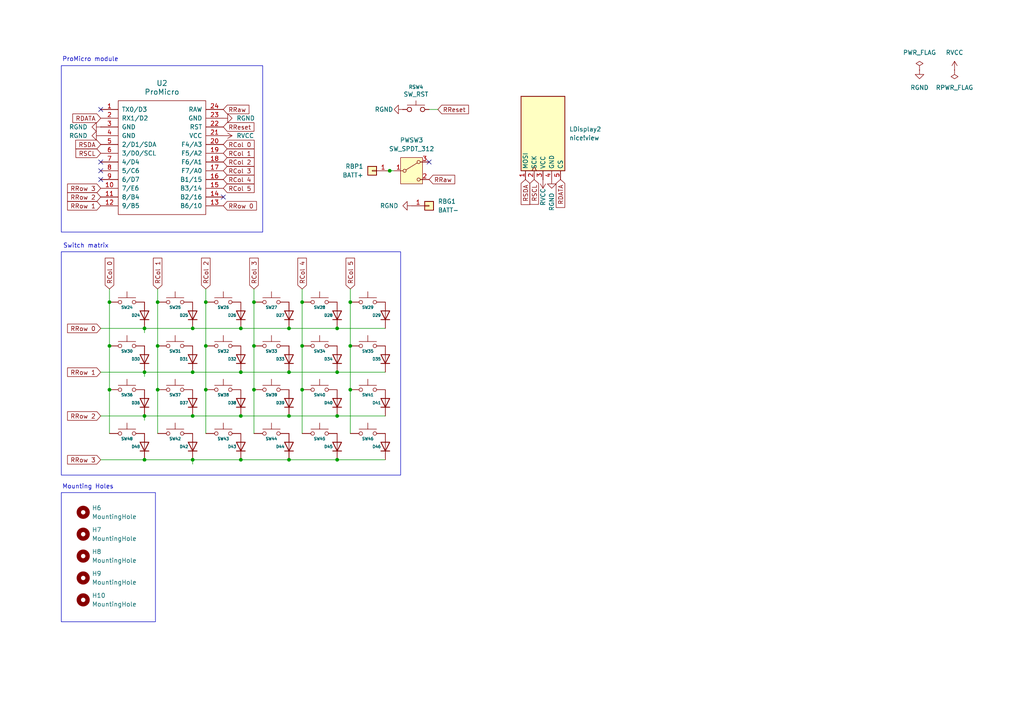
<source format=kicad_sch>
(kicad_sch (version 20250114) (generator "eeschema") (generator_version "9.0")
  (paper "A4")
  (lib_symbols
    (symbol "Device:D" (pin_numbers (hide yes)) (pin_names (offset 1.016) (hide yes))
      (property "Reference" "D" (at 0 2.54 0))
      (property "Value" "D" (at 0 -2.54 0))
      (symbol "D_0_1"
        (polyline (pts (xy -1.27 1.27) (xy -1.27 -1.27)) (stroke (width 0.254)))
        (polyline (pts (xy 1.27 1.27) (xy 1.27 -1.27) (xy -1.27 0) (xy 1.27 1.27)) (stroke (width 0.254)))
        (polyline (pts (xy 1.27 0) (xy -1.27 0)))
      )
      (symbol "D_1_1"
        (pin passive line (at -3.81 0 0) (length 2.54) (name "K") (number "1"))
        (pin passive line (at 3.81 0 180) (length 2.54) (name "A") (number "2"))
      )
    )
    (symbol "Lily58_Pro-rescue:SW_RST-Lily58-cache" (pin_numbers (hide yes)) (pin_names (offset 1.016) (hide yes))
      (property "Reference" "RSW" (at 2.54 2.54 0))
      (property "Value" "Lily58-cache:SW_RST" (at 0 -2.54 0))
      (symbol "SW_RST-Lily58-cache_0_1"
        (polyline (pts (xy -2.54 1.27) (xy 2.54 1.27)))
        (polyline (pts (xy 0 2.54) (xy 0 1.27)))
        (pin passive inverted (at -3.81 0 0) (length 2.54) (name "1") (number "1"))
        (pin passive inverted (at 3.81 0 180) (length 2.54) (name "2") (number "2"))
      )
    )
    (symbol "Lily58_Pro-rescue:i2c_pin-Lily58-cache" (pin_names (offset 1.016) (hide yes))
      (property "Reference" "J" (at 0 2.54 0))
      (property "Value" "Lily58-cache:i2c_pin" (at 0 -2.54 0))
      (symbol "i2c_pin-Lily58-cache_1_1"
        (rectangle (start -1.27 1.27) (end 1.27 -1.27) (stroke (width 0.254)) (fill (type background)))
        (rectangle (start -1.27 0.127) (end 0 -0.127) (stroke (width 0.1524)))
        (pin passive line (at -5.08 0 0) (length 3.81) (name "Pin_1") (number "1"))
      )
    )
    (symbol "Mechanical:MountingHole" (pin_names (offset 1.016)) (exclude_from_sim yes) (in_bom no)
      (property "Reference" "H" (at 0 5.08 0))
      (property "Value" "MountingHole" (at 0 3.175 0))
      (symbol "MountingHole_0_1"
        (circle (center 0 0) (radius 1.27) (stroke (width 1.27)))
      )
    )
    (symbol "Switch:SW_Push" (pin_numbers (hide yes)) (pin_names (offset 1.016) (hide yes))
      (property "Reference" "SW" (at 1.27 2.54 0))
      (property "Value" "SW_Push" (at 0 -1.524 0))
      (symbol "SW_Push_0_1"
        (circle (center -2.032 0) (radius 0.508))
        (polyline (pts (xy 0 1.27) (xy 0 3.048)))
        (circle (center 2.032 0) (radius 0.508))
        (polyline (pts (xy 2.54 1.27) (xy -2.54 1.27)))
        (pin passive line (at -5.08 0 0) (length 2.54) (name "1") (number "1"))
        (pin passive line (at 5.08 0 180) (length 2.54) (name "2") (number "2"))
      )
    )
    (symbol "Switch:SW_SPDT_312" (pin_names (offset 1) (hide yes))
      (property "Reference" "SW" (at 0 5.08 0))
      (property "Value" "SW_SPDT_312" (at 0 -5.08 0))
      (symbol "SW_SPDT_312_0_1"
        (circle (center -2.032 0) (radius 0.4572))
        (polyline (pts (xy -1.651 0.254) (xy 1.651 2.286)))
        (circle (center 2.032 2.54) (radius 0.4572))
        (circle (center 2.032 -2.54) (radius 0.4572))
      )
      (symbol "SW_SPDT_312_1_1"
        (rectangle (start -3.175 3.81) (end 3.175 -3.81) (fill (type background)))
        (pin passive line (at -5.08 0 0) (length 2.54) (name "B") (number "1"))
        (pin passive line (at 5.08 2.54 180) (length 2.54) (name "A") (number "3"))
        (pin passive line (at 5.08 -2.54 180) (length 2.54) (name "C") (number "2"))
      )
    )
    (symbol "kbd:ProMicro" (pin_names (offset 1.016))
      (property "Reference" "U" (at 0 19.05 0))
      (property "Value" "ProMicro" (at 0 -19.05 0))
      (symbol "ProMicro_0_1"
        (rectangle (start -12.7 16.51) (end 12.7 -16.51))
      )
      (symbol "ProMicro_1_1"
        (pin bidirectional line (at -17.78 13.97 0) (length 5.08) (name "TX0/D3") (number "1"))
        (pin bidirectional line (at -17.78 11.43 0) (length 5.08) (name "RX1/D2") (number "2"))
        (pin power_in line (at -17.78 8.89 0) (length 5.08) (name "GND") (number "3"))
        (pin power_in line (at -17.78 6.35 0) (length 5.08) (name "GND") (number "4"))
        (pin bidirectional line (at -17.78 3.81 0) (length 5.08) (name "2/D1/SDA") (number "5"))
        (pin bidirectional line (at -17.78 1.27 0) (length 5.08) (name "3/D0/SCL") (number "6"))
        (pin bidirectional line (at -17.78 -1.27 0) (length 5.08) (name "4/D4") (number "7"))
        (pin bidirectional line (at -17.78 -3.81 0) (length 5.08) (name "5/C6") (number "8"))
        (pin bidirectional line (at -17.78 -6.35 0) (length 5.08) (name "6/D7") (number "9"))
        (pin bidirectional line (at -17.78 -8.89 0) (length 5.08) (name "7/E6") (number "10"))
        (pin bidirectional line (at -17.78 -11.43 0) (length 5.08) (name "8/B4") (number "11"))
        (pin bidirectional line (at -17.78 -13.97 0) (length 5.08) (name "9/B5") (number "12"))
        (pin power_out line (at 17.78 13.97 180) (length 5.08) (name "RAW") (number "24"))
        (pin power_in line (at 17.78 11.43 180) (length 5.08) (name "GND") (number "23"))
        (pin input line (at 17.78 8.89 180) (length 5.08) (name "RST") (number "22"))
        (pin power_in line (at 17.78 6.35 180) (length 5.08) (name "VCC") (number "21"))
        (pin bidirectional line (at 17.78 3.81 180) (length 5.08) (name "F4/A3") (number "20"))
        (pin bidirectional line (at 17.78 1.27 180) (length 5.08) (name "F5/A2") (number "19"))
        (pin bidirectional line (at 17.78 -1.27 180) (length 5.08) (name "F6/A1") (number "18"))
        (pin bidirectional line (at 17.78 -3.81 180) (length 5.08) (name "F7/A0") (number "17"))
        (pin bidirectional line (at 17.78 -6.35 180) (length 5.08) (name "B1/15") (number "16"))
        (pin bidirectional line (at 17.78 -8.89 180) (length 5.08) (name "B3/14") (number "15"))
        (pin bidirectional line (at 17.78 -11.43 180) (length 5.08) (name "B2/16") (number "14"))
        (pin bidirectional line (at 17.78 -13.97 180) (length 5.08) (name "B6/10") (number "13"))
      )
    )
    (symbol "niceview:nice!view"
      (property "Reference" "Display" (at 0 12.7 0))
      (property "Value" "nice!view" (at 0 0 0))
      (symbol "nice!view_0_1"
        (rectangle (start -6.35 11.43) (end 6.35 -10.16) (stroke (width 0.254)) (fill (type background)))
      )
      (symbol "nice!view_1_1"
        (pin input line (at -5.08 -12.7 90) (length 2.54) (name "MOSI") (number "1"))
        (pin input clock (at -2.54 -12.7 90) (length 2.54) (name "SCK") (number "2"))
        (pin power_in line (at 0 -12.7 90) (length 2.54) (name "VCC") (number "3"))
        (pin power_out line (at 2.54 -12.7 90) (length 2.54) (name "GND") (number "4"))
        (pin passive line (at 5.08 -12.7 90) (length 2.54) (name "CS") (number "5"))
      )
    )
    (symbol "power:GND" (power) (pin_numbers (hide yes)) (pin_names (offset 0) (hide yes))
      (property "Value" "GND" (at 0 -3.81 0))
      (symbol "GND_0_1"
        (polyline (pts (xy 0 0) (xy 0 -1.27) (xy 1.27 -1.27) (xy 0 -2.54) (xy -1.27 -1.27) (xy 0 -1.27)))
      )
      (symbol "GND_1_1"
        (pin power_in line (at 0 0 270) (length 0) (name "~") (number "1"))
      )
    )
    (symbol "power:PWR_FLAG" (power) (pin_numbers (hide yes)) (pin_names (offset 0) (hide yes))
      (property "Value" "PWR_FLAG" (at 0 3.81 0))
      (symbol "PWR_FLAG_0_0"
        (pin power_out line (at 0 0 90) (length 0) (name "~") (number "1"))
      )
      (symbol "PWR_FLAG_0_1"
        (polyline (pts (xy 0 0) (xy 0 1.27) (xy -1.016 1.905) (xy 0 2.54) (xy 1.016 1.905) (xy 0 1.27)))
      )
    )
    (symbol "power:VCC" (power) (pin_numbers (hide yes)) (pin_names (offset 0) (hide yes))
      (property "Value" "VCC" (at 0 3.556 0))
      (symbol "VCC_0_1"
        (polyline (pts (xy -0.762 1.27) (xy 0 2.54)))
        (polyline (pts (xy 0 2.54) (xy 0.762 1.27)))
        (polyline (pts (xy 0 0) (xy 0 2.54)))
      )
      (symbol "VCC_1_1"
        (pin power_in line (at 0 0 90) (length 0) (name "~") (number "1"))
      )
    )
  )
  (rectangle (start 17.78 19.05) (end 76.2 67.31))
  (rectangle (start 17.78 142.875) (end 45.085 180.34))
  (rectangle (start 17.78 73.025) (end 116.205 137.795))
  (text "Switch matrix" (at 18.288 72.136 0) (effects (font (size 1.27 1.27)) (justify left bottom)))
  (text "Mounting Holes" (at 18.034 141.986 0) (effects (font (size 1.27 1.27)) (justify left bottom)))
  (text "ProMicro module" (at 18.034 18.034 0) (effects (font (size 1.27 1.27)) (justify left bottom)))
  (junction (at 83.82 95.25))
  (junction (at 101.6 100.33))
  (junction (at 45.72 87.63))
  (junction (at 83.82 120.65))
  (junction (at 73.66 100.33))
  (junction (at 55.88 120.65))
  (junction (at 31.75 100.33))
  (junction (at 69.85 107.95))
  (junction (at 97.79 107.95))
  (junction (at 97.79 120.65))
  (junction (at 31.75 87.63))
  (junction (at 59.69 87.63))
  (junction (at 45.72 113.03))
  (junction (at 101.6 113.03))
  (junction (at 55.88 107.95))
  (junction (at 55.88 95.25))
  (junction (at 41.91 95.25))
  (junction (at 59.69 100.33))
  (junction (at 73.66 87.63))
  (junction (at 41.91 120.65))
  (junction (at 69.85 133.35))
  (junction (at 55.88 133.35))
  (junction (at 73.66 113.03))
  (junction (at 45.72 100.33))
  (junction (at 113.03 49.53))
  (junction (at 97.79 133.35))
  (junction (at 83.82 133.35))
  (junction (at 83.82 107.95))
  (junction (at 69.85 95.25))
  (junction (at 87.63 113.03))
  (junction (at 41.91 107.95))
  (junction (at 87.63 100.33))
  (junction (at 97.79 95.25))
  (junction (at 41.91 133.35))
  (junction (at 69.85 120.65))
  (junction (at 59.69 113.03))
  (junction (at 101.6 87.63))
  (junction (at 87.63 87.63))
  (junction (at 31.75 113.03))
  (no_connect (at 29.21 31.75))
  (no_connect (at 64.77 57.15))
  (no_connect (at 29.21 52.07))
  (no_connect (at 29.21 46.99))
  (no_connect (at 29.21 49.53))
  (no_connect (at 124.46 46.99))
  (wire (pts (xy 31.75 83.82) (xy 31.75 87.63)))
  (wire (pts (xy 59.69 83.82) (xy 59.69 87.63)))
  (wire (pts (xy 55.88 133.35) (xy 55.88 134.62)))
  (wire (pts (xy 97.79 120.65) (xy 111.76 120.65)))
  (wire (pts (xy 55.88 95.25) (xy 69.85 95.25)))
  (wire (pts (xy 55.88 120.65) (xy 69.85 120.65)))
  (wire (pts (xy 41.91 95.25) (xy 41.91 96.52)))
  (wire (pts (xy 45.72 87.63) (xy 45.72 100.33)))
  (wire (pts (xy 87.63 83.82) (xy 87.63 87.63)))
  (wire (pts (xy 41.91 107.95) (xy 55.88 107.95)))
  (wire (pts (xy 101.6 113.03) (xy 101.6 125.73)))
  (wire (pts (xy 101.6 83.82) (xy 101.6 87.63)))
  (wire (pts (xy 29.21 95.25) (xy 41.91 95.25)))
  (wire (pts (xy 83.82 107.95) (xy 97.79 107.95)))
  (wire (pts (xy 124.46 31.75) (xy 127 31.75)))
  (wire (pts (xy 59.69 87.63) (xy 59.69 100.33)))
  (wire (pts (xy 69.85 120.65) (xy 83.82 120.65)))
  (wire (pts (xy 41.91 120.65) (xy 55.88 120.65)))
  (wire (pts (xy 69.85 95.25) (xy 83.82 95.25)))
  (wire (pts (xy 97.79 95.25) (xy 111.76 95.25)))
  (wire (pts (xy 97.79 107.95) (xy 111.76 107.95)))
  (wire (pts (xy 101.6 100.33) (xy 101.6 113.03)))
  (wire (pts (xy 55.88 133.35) (xy 69.85 133.35)))
  (wire (pts (xy 101.6 87.63) (xy 101.6 100.33)))
  (wire (pts (xy 29.21 133.35) (xy 41.91 133.35)))
  (wire (pts (xy 69.85 133.35) (xy 83.82 133.35)))
  (wire (pts (xy 55.88 107.95) (xy 69.85 107.95)))
  (wire (pts (xy 45.72 100.33) (xy 45.72 113.03)))
  (wire (pts (xy 41.91 120.65) (xy 41.91 121.92)))
  (wire (pts (xy 69.85 107.95) (xy 83.82 107.95)))
  (wire (pts (xy 73.66 83.82) (xy 73.66 87.63)))
  (wire (pts (xy 45.72 83.82) (xy 45.72 87.63)))
  (wire (pts (xy 41.91 107.95) (xy 41.91 109.22)))
  (wire (pts (xy 41.91 95.25) (xy 55.88 95.25)))
  (wire (pts (xy 31.75 87.63) (xy 31.75 100.33)))
  (wire (pts (xy 83.82 95.25) (xy 97.79 95.25)))
  (wire (pts (xy 87.63 87.63) (xy 87.63 100.33)))
  (wire (pts (xy 73.66 113.03) (xy 73.66 125.73)))
  (wire (pts (xy 87.63 100.33) (xy 87.63 113.03)))
  (wire (pts (xy 59.69 113.03) (xy 59.69 125.73)))
  (wire (pts (xy 83.82 120.65) (xy 97.79 120.65)))
  (wire (pts (xy 97.79 133.35) (xy 111.76 133.35)))
  (wire (pts (xy 73.66 87.63) (xy 73.66 100.33)))
  (wire (pts (xy 31.75 100.33) (xy 31.75 113.03)))
  (wire (pts (xy 87.63 113.03) (xy 87.63 125.73)))
  (wire (pts (xy 45.72 113.03) (xy 45.72 125.73)))
  (wire (pts (xy 41.91 133.35) (xy 55.88 133.35)))
  (wire (pts (xy 83.82 133.35) (xy 97.79 133.35)))
  (wire (pts (xy 59.69 100.33) (xy 59.69 113.03)))
  (wire (pts (xy 29.21 107.95) (xy 41.91 107.95)))
  (wire (pts (xy 73.66 100.33) (xy 73.66 113.03)))
  (wire (pts (xy 29.21 120.65) (xy 41.91 120.65)))
  (wire (pts (xy 111.76 49.53) (xy 113.03 49.53)))
  (wire (pts (xy 113.03 49.53) (xy 114.3 49.53)))
  (wire (pts (xy 31.75 113.03) (xy 31.75 125.73)))
  (global_label "RCol 0" (shape input) (at 64.77 41.91 0) (property "Intersheetrefs" "${INTERSHEET_REFS}" (effects (hide yes))))
  (global_label "RSDA" (shape input) (at 152.4 52.07 270) (property "Intersheetrefs" "${INTERSHEET_REFS}" (effects (hide yes))))
  (global_label "RCol 1" (shape input) (at 64.77 44.45 0) (property "Intersheetrefs" "${INTERSHEET_REFS}" (effects (hide yes))))
  (global_label "RCol 2" (shape input) (at 64.77 46.99 0) (property "Intersheetrefs" "${INTERSHEET_REFS}" (effects (hide yes))))
  (global_label "RReset" (shape input) (at 64.77 36.83 0) (property "Intersheetrefs" "${INTERSHEET_REFS}" (effects (hide yes))))
  (global_label "RRow 0" (shape input) (at 29.21 95.25 180) (property "Intersheetrefs" "${INTERSHEET_REFS}" (effects (hide yes))))
  (global_label "RCol 5" (shape input) (at 101.6 83.82 90) (property "Intersheetrefs" "${INTERSHEET_REFS}" (effects (hide yes))))
  (global_label "RDATA" (shape input) (at 162.56 52.07 270) (property "Intersheetrefs" "${INTERSHEET_REFS}" (effects (hide yes))))
  (global_label "RSCL" (shape input) (at 29.21 44.45 180) (property "Intersheetrefs" "${INTERSHEET_REFS}" (effects (hide yes))))
  (global_label "RRow 3" (shape input) (at 29.21 54.61 180) (property "Intersheetrefs" "${INTERSHEET_REFS}" (effects (hide yes))))
  (global_label "RSCL" (shape input) (at 154.94 52.07 270) (property "Intersheetrefs" "${INTERSHEET_REFS}" (effects (hide yes))))
  (global_label "RRaw" (shape input) (at 124.46 52.07 0) (property "Intersheetrefs" "${INTERSHEET_REFS}" (effects (hide yes))))
  (global_label "RCol 2" (shape input) (at 59.69 83.82 90) (property "Intersheetrefs" "${INTERSHEET_REFS}" (effects (hide yes))))
  (global_label "RSDA" (shape input) (at 29.21 41.91 180) (property "Intersheetrefs" "${INTERSHEET_REFS}" (effects (hide yes))))
  (global_label "RDATA" (shape input) (at 29.21 34.29 180) (property "Intersheetrefs" "${INTERSHEET_REFS}" (effects (hide yes))))
  (global_label "RRow 2" (shape input) (at 29.21 120.65 180) (property "Intersheetrefs" "${INTERSHEET_REFS}" (effects (hide yes))))
  (global_label "RCol 1" (shape input) (at 45.72 83.82 90) (property "Intersheetrefs" "${INTERSHEET_REFS}" (effects (hide yes))))
  (global_label "RCol 3" (shape input) (at 73.66 83.82 90) (property "Intersheetrefs" "${INTERSHEET_REFS}" (effects (hide yes))))
  (global_label "RCol 3" (shape input) (at 64.77 49.53 0) (property "Intersheetrefs" "${INTERSHEET_REFS}" (effects (hide yes))))
  (global_label "RRow 3" (shape input) (at 29.21 133.35 180) (property "Intersheetrefs" "${INTERSHEET_REFS}" (effects (hide yes))))
  (global_label "RReset" (shape input) (at 127 31.75 0) (property "Intersheetrefs" "${INTERSHEET_REFS}" (effects (hide yes))))
  (global_label "RRow 1" (shape input) (at 29.21 107.95 180) (property "Intersheetrefs" "${INTERSHEET_REFS}" (effects (hide yes))))
  (global_label "RCol 4" (shape input) (at 64.77 52.07 0) (property "Intersheetrefs" "${INTERSHEET_REFS}" (effects (hide yes))))
  (global_label "RRow 1" (shape input) (at 29.21 59.69 180) (property "Intersheetrefs" "${INTERSHEET_REFS}" (effects (hide yes))))
  (global_label "RCol 5" (shape input) (at 64.77 54.61 0) (property "Intersheetrefs" "${INTERSHEET_REFS}" (effects (hide yes))))
  (global_label "RCol 4" (shape input) (at 87.63 83.82 90) (property "Intersheetrefs" "${INTERSHEET_REFS}" (effects (hide yes))))
  (global_label "RRow 0" (shape input) (at 64.77 59.69 0) (property "Intersheetrefs" "${INTERSHEET_REFS}" (effects (hide yes))))
  (global_label "RRaw" (shape input) (at 64.77 31.75 0) (property "Intersheetrefs" "${INTERSHEET_REFS}" (effects (hide yes))))
  (global_label "RRow 2" (shape input) (at 29.21 57.15 180) (property "Intersheetrefs" "${INTERSHEET_REFS}" (effects (hide yes))))
  (global_label "RCol 0" (shape input) (at 31.75 83.82 90) (property "Intersheetrefs" "${INTERSHEET_REFS}" (effects (hide yes))))
  (symbol (lib_id "Switch:SW_Push") (at 64.77 125.73 0) (unit 1)
    (property "Reference" "SW43" (at 64.77 127.254 0) (effects (font (size 0.8128 0.8128))))
    (property "Value" "SW_Push" (effects (hide yes)))
    (property "Footprint" "axseem:SW_MX_Choc-v1v2_Hotswap" (effects (hide yes)))
    (property "Description" "Push button switch, generic, two pins" (effects (hide yes)))
  )
  (symbol (lib_id "Lily58_Pro-rescue:i2c_pin-Lily58-cache") (at 124.46 59.69 0) (unit 1)
    (property "Reference" "RBG1" (at 127 58.4199 0) (effects (justify left)))
    (property "Value" "BATT-" (at 127 60.9599 0) (effects (justify left)))
    (property "Footprint" "axseem:1pin_conn" (effects (hide yes)))
  )
  (symbol (lib_id "Switch:SW_Push") (at 36.83 87.63 0) (unit 1)
    (property "Reference" "SW24" (at 36.83 89.154 0) (effects (font (size 0.8128 0.8128))))
    (property "Value" "SW_Push" (effects (hide yes)))
    (property "Footprint" "axseem:SW_MX_Choc-v1v2_Hotswap" (effects (hide yes)))
    (property "Description" "Push button switch, generic, two pins" (effects (hide yes)))
  )
  (symbol (lib_id "Switch:SW_Push") (at 36.83 100.33 0) (unit 1)
    (property "Reference" "SW30" (at 36.83 101.854 0) (effects (font (size 0.8128 0.8128))))
    (property "Value" "SW_Push" (effects (hide yes)))
    (property "Footprint" "axseem:SW_MX_Choc-v1v2_Hotswap" (effects (hide yes)))
    (property "Description" "Push button switch, generic, two pins" (effects (hide yes)))
  )
  (symbol (lib_id "Mechanical:MountingHole") (at 24.13 173.99 0) (unit 1) (exclude_from_sim yes) (in_bom no)
    (property "Reference" "H10" (at 26.67 172.7199 0) (effects (justify left)))
    (property "Value" "MountingHole" (at 26.67 175.2599 0) (effects (justify left)))
    (property "Footprint" "MountingHole:MountingHole_2.2mm_M2_DIN965" (effects (hide yes)))
    (property "Description" "Mounting Hole without connection" (effects (hide yes)))
  )
  (symbol (lib_id "Switch:SW_Push") (at 64.77 87.63 0) (unit 1)
    (property "Reference" "SW26" (at 64.77 89.154 0) (effects (font (size 0.8128 0.8128))))
    (property "Value" "SW_Push" (effects (hide yes)))
    (property "Footprint" "axseem:SW_MX_Choc-v1v2_Hotswap" (effects (hide yes)))
    (property "Description" "Push button switch, generic, two pins" (effects (hide yes)))
  )
  (symbol (lib_id "power:VCC") (at 64.77 39.37 270) (unit 1)
    (property "Reference" "#PWR019" (effects (hide yes)))
    (property "Value" "RVCC" (at 68.58 39.3699 90) (effects (justify left)))
    (property "Description" "Power symbol creates a global label with name \"VCC\"" (effects (hide yes)))
  )
  (symbol (lib_id "niceview:nice!view") (at 157.48 39.37 0) (unit 1)
    (property "Reference" "LDisplay2" (at 165.1 37.4649 0) (effects (justify left)))
    (property "Value" "nice!view" (at 165.1 40.0049 0) (effects (justify left)))
    (property "Footprint" "axseem:nice_view_1side" (effects (hide yes)))
    (property "Datasheet" "https://nicekeyboards.com/docs/nice-view/pinout-schematic" (effects (hide yes)))
    (property "Description" "Sharp LS011B7DH03 Memory in Pixel 160x68" (effects (hide yes)))
  )
  (symbol (lib_id "Device:D") (at 97.79 129.54 90) (unit 1)
    (property "Reference" "D45" (at 96.52 129.54 90) (effects (font (size 0.8128 0.8128)) (justify left)))
    (property "Value" "D" (effects (hide yes)))
    (property "Footprint" "Diode_SMD:D_SOD-323_HandSoldering" (effects (hide yes)))
    (property "Description" "Diode" (effects (hide yes)))
    (property "Sim.Device" "D" (effects (hide yes)))
    (property "Sim.Pins" "1=K 2=A" (effects (hide yes)))
  )
  (symbol (lib_id "Switch:SW_Push") (at 78.74 113.03 0) (unit 1)
    (property "Reference" "SW39" (at 78.74 114.554 0) (effects (font (size 0.8128 0.8128))))
    (property "Value" "SW_Push" (effects (hide yes)))
    (property "Footprint" "axseem:SW_MX_Choc-v1v2_Hotswap" (effects (hide yes)))
    (property "Description" "Push button switch, generic, two pins" (effects (hide yes)))
  )
  (symbol (lib_id "Switch:SW_Push") (at 92.71 100.33 0) (unit 1)
    (property "Reference" "SW34" (at 92.71 101.854 0) (effects (font (size 0.8128 0.8128))))
    (property "Value" "SW_Push" (effects (hide yes)))
    (property "Footprint" "axseem:SW_MX_Choc-v1v2_Hotswap" (effects (hide yes)))
    (property "Description" "Push button switch, generic, two pins" (effects (hide yes)))
  )
  (symbol (lib_id "Device:D") (at 55.88 104.14 90) (unit 1)
    (property "Reference" "D31" (at 54.61 104.14 90) (effects (font (size 0.8128 0.8128)) (justify left)))
    (property "Value" "D" (effects (hide yes)))
    (property "Footprint" "Diode_SMD:D_SOD-323_HandSoldering" (effects (hide yes)))
    (property "Description" "Diode" (effects (hide yes)))
    (property "Sim.Device" "D" (effects (hide yes)))
    (property "Sim.Pins" "1=K 2=A" (effects (hide yes)))
  )
  (symbol (lib_id "Switch:SW_Push") (at 78.74 125.73 0) (unit 1)
    (property "Reference" "SW44" (at 78.74 127.254 0) (effects (font (size 0.8128 0.8128))))
    (property "Value" "SW_Push" (effects (hide yes)))
    (property "Footprint" "axseem:SW_MX_Choc-v1v2_Hotswap" (effects (hide yes)))
    (property "Description" "Push button switch, generic, two pins" (effects (hide yes)))
  )
  (symbol (lib_id "Switch:SW_Push") (at 78.74 100.33 0) (unit 1)
    (property "Reference" "SW33" (at 78.74 101.854 0) (effects (font (size 0.8128 0.8128))))
    (property "Value" "SW_Push" (effects (hide yes)))
    (property "Footprint" "axseem:SW_MX_Choc-v1v2_Hotswap" (effects (hide yes)))
    (property "Description" "Push button switch, generic, two pins" (effects (hide yes)))
  )
  (symbol (lib_id "Device:D") (at 41.91 91.44 90) (unit 1)
    (property "Reference" "D24" (at 40.64 91.44 90) (effects (font (size 0.8128 0.8128)) (justify left)))
    (property "Value" "D" (effects (hide yes)))
    (property "Footprint" "Diode_SMD:D_SOD-323_HandSoldering" (effects (hide yes)))
    (property "Description" "Diode" (effects (hide yes)))
    (property "Sim.Device" "D" (effects (hide yes)))
    (property "Sim.Pins" "1=K 2=A" (effects (hide yes)))
  )
  (symbol (lib_id "power:GND") (at 29.21 39.37 270) (unit 1)
    (property "Reference" "#PWR018" (effects (hide yes)))
    (property "Value" "RGND" (at 25.4 39.3699 90) (effects (justify right)))
    (property "Description" "Power symbol creates a global label with name \"GND\" , ground" (effects (hide yes)))
  )
  (symbol (lib_id "Device:D") (at 41.91 129.54 90) (unit 1)
    (property "Reference" "D48" (at 40.64 129.54 90) (effects (font (size 0.8128 0.8128)) (justify left)))
    (property "Value" "D" (effects (hide yes)))
    (property "Footprint" "Diode_SMD:D_SOD-323_HandSoldering" (effects (hide yes)))
    (property "Description" "Diode" (effects (hide yes)))
    (property "Sim.Device" "D" (effects (hide yes)))
    (property "Sim.Pins" "1=K 2=A" (effects (hide yes)))
  )
  (symbol (lib_id "Mechanical:MountingHole") (at 24.13 161.29 0) (unit 1) (exclude_from_sim yes) (in_bom no)
    (property "Reference" "H8" (at 26.67 160.0199 0) (effects (justify left)))
    (property "Value" "MountingHole" (at 26.67 162.5599 0) (effects (justify left)))
    (property "Footprint" "MountingHole:MountingHole_2.2mm_M2_DIN965" (effects (hide yes)))
    (property "Description" "Mounting Hole without connection" (effects (hide yes)))
  )
  (symbol (lib_id "power:PWR_FLAG") (at 276.86 20.32 180) (unit 1)
    (property "Reference" "#FLG04" (effects (hide yes)))
    (property "Value" "RPWR_FLAG" (at 276.86 25.4 0))
    (property "Description" "Special symbol for telling ERC where power comes from" (effects (hide yes)))
  )
  (symbol (lib_id "power:VCC") (at 157.48 52.07 180) (unit 1)
    (property "Reference" "#PWR026" (effects (hide yes)))
    (property "Value" "RVCC" (at 157.48 57.15 90))
    (property "Description" "Power symbol creates a global label with name \"VCC\"" (effects (hide yes)))
  )
  (symbol (lib_id "Switch:SW_Push") (at 36.83 125.73 0) (unit 1)
    (property "Reference" "SW48" (at 36.83 127.254 0) (effects (font (size 0.8128 0.8128))))
    (property "Value" "SW_Push" (effects (hide yes)))
    (property "Footprint" "axseem:SW_MX_Choc-v1v2_Hotswap" (effects (hide yes)))
    (property "Description" "Push button switch, generic, two pins" (effects (hide yes)))
  )
  (symbol (lib_id "power:GND") (at 64.77 34.29 90) (unit 1)
    (property "Reference" "#PWR016" (effects (hide yes)))
    (property "Value" "RGND" (at 68.58 34.2899 90) (effects (justify right)))
    (property "Description" "Power symbol creates a global label with name \"GND\" , ground" (effects (hide yes)))
  )
  (symbol (lib_id "Device:D") (at 111.76 104.14 90) (unit 1)
    (property "Reference" "D35" (at 110.49 104.14 90) (effects (font (size 0.8128 0.8128)) (justify left)))
    (property "Value" "D" (effects (hide yes)))
    (property "Footprint" "Diode_SMD:D_SOD-323_HandSoldering" (effects (hide yes)))
    (property "Description" "Diode" (effects (hide yes)))
    (property "Sim.Device" "D" (effects (hide yes)))
    (property "Sim.Pins" "1=K 2=A" (effects (hide yes)))
  )
  (symbol (lib_id "Device:D") (at 111.76 116.84 90) (unit 1)
    (property "Reference" "D41" (at 110.49 116.84 90) (effects (font (size 0.8128 0.8128)) (justify left)))
    (property "Value" "D" (effects (hide yes)))
    (property "Footprint" "Diode_SMD:D_SOD-323_HandSoldering" (effects (hide yes)))
    (property "Description" "Diode" (effects (hide yes)))
    (property "Sim.Device" "D" (effects (hide yes)))
    (property "Sim.Pins" "1=K 2=A" (effects (hide yes)))
  )
  (symbol (lib_id "Device:D") (at 55.88 116.84 90) (unit 1)
    (property "Reference" "D37" (at 54.61 116.84 90) (effects (font (size 0.8128 0.8128)) (justify left)))
    (property "Value" "D" (effects (hide yes)))
    (property "Footprint" "Diode_SMD:D_SOD-323_HandSoldering" (effects (hide yes)))
    (property "Description" "Diode" (effects (hide yes)))
    (property "Sim.Device" "D" (effects (hide yes)))
    (property "Sim.Pins" "1=K 2=A" (effects (hide yes)))
  )
  (symbol (lib_id "Device:D") (at 55.88 91.44 90) (unit 1)
    (property "Reference" "D25" (at 54.61 91.44 90) (effects (font (size 0.8128 0.8128)) (justify left)))
    (property "Value" "D" (effects (hide yes)))
    (property "Footprint" "Diode_SMD:D_SOD-323_HandSoldering" (effects (hide yes)))
    (property "Description" "Diode" (effects (hide yes)))
    (property "Sim.Device" "D" (effects (hide yes)))
    (property "Sim.Pins" "1=K 2=A" (effects (hide yes)))
  )
  (symbol (lib_id "power:GND") (at 160.02 52.07 0) (unit 1)
    (property "Reference" "#PWR024" (effects (hide yes)))
    (property "Value" "RGND" (at 160.0199 55.88 90) (effects (justify right)))
    (property "Description" "Power symbol creates a global label with name \"GND\" , ground" (effects (hide yes)))
  )
  (symbol (lib_id "Device:D") (at 69.85 104.14 90) (unit 1)
    (property "Reference" "D32" (at 68.58 104.14 90) (effects (font (size 0.8128 0.8128)) (justify left)))
    (property "Value" "D" (effects (hide yes)))
    (property "Footprint" "Diode_SMD:D_SOD-323_HandSoldering" (effects (hide yes)))
    (property "Description" "Diode" (effects (hide yes)))
    (property "Sim.Device" "D" (effects (hide yes)))
    (property "Sim.Pins" "1=K 2=A" (effects (hide yes)))
  )
  (symbol (lib_id "Device:D") (at 83.82 91.44 90) (unit 1)
    (property "Reference" "D27" (at 82.55 91.44 90) (effects (font (size 0.8128 0.8128)) (justify left)))
    (property "Value" "D" (effects (hide yes)))
    (property "Footprint" "Diode_SMD:D_SOD-323_HandSoldering" (effects (hide yes)))
    (property "Description" "Diode" (effects (hide yes)))
    (property "Sim.Device" "D" (effects (hide yes)))
    (property "Sim.Pins" "1=K 2=A" (effects (hide yes)))
  )
  (symbol (lib_id "Lily58_Pro-rescue:SW_RST-Lily58-cache") (at 120.65 31.75 0) (unit 1)
    (property "Reference" "RSW4" (at 120.65 25.2476 0) (effects (font (size 1.016 1.016))))
    (property "Value" "SW_RST" (at 120.65 27.3558 0))
    (property "Footprint" "axseem:TACT_SWITCH_TVBP06" (effects (hide yes)))
  )
  (symbol (lib_id "Switch:SW_Push") (at 92.71 87.63 0) (unit 1)
    (property "Reference" "SW28" (at 92.71 89.154 0) (effects (font (size 0.8128 0.8128))))
    (property "Value" "SW_Push" (effects (hide yes)))
    (property "Footprint" "axseem:SW_MX_Choc-v1v2_Hotswap" (effects (hide yes)))
    (property "Description" "Push button switch, generic, two pins" (effects (hide yes)))
  )
  (symbol (lib_id "Device:D") (at 69.85 129.54 90) (unit 1)
    (property "Reference" "D43" (at 68.58 129.54 90) (effects (font (size 0.8128 0.8128)) (justify left)))
    (property "Value" "D" (effects (hide yes)))
    (property "Footprint" "Diode_SMD:D_SOD-323_HandSoldering" (effects (hide yes)))
    (property "Description" "Diode" (effects (hide yes)))
    (property "Sim.Device" "D" (effects (hide yes)))
    (property "Sim.Pins" "1=K 2=A" (effects (hide yes)))
  )
  (symbol (lib_id "Device:D") (at 55.88 129.54 90) (unit 1)
    (property "Reference" "D42" (at 54.61 129.54 90) (effects (font (size 0.8128 0.8128)) (justify left)))
    (property "Value" "D" (effects (hide yes)))
    (property "Footprint" "Diode_SMD:D_SOD-323_HandSoldering" (effects (hide yes)))
    (property "Description" "Diode" (effects (hide yes)))
    (property "Sim.Device" "D" (effects (hide yes)))
    (property "Sim.Pins" "1=K 2=A" (effects (hide yes)))
  )
  (symbol (lib_id "Switch:SW_Push") (at 64.77 113.03 0) (unit 1)
    (property "Reference" "SW38" (at 64.77 114.554 0) (effects (font (size 0.8128 0.8128))))
    (property "Value" "SW_Push" (effects (hide yes)))
    (property "Footprint" "axseem:SW_MX_Choc-v1v2_Hotswap" (effects (hide yes)))
    (property "Description" "Push button switch, generic, two pins" (effects (hide yes)))
  )
  (symbol (lib_id "power:GND") (at 266.7 20.32 0) (unit 1)
    (property "Reference" "#PWR012" (effects (hide yes)))
    (property "Value" "RGND" (at 266.7 25.4 0))
    (property "Description" "Power symbol creates a global label with name \"GND\" , ground" (effects (hide yes)))
  )
  (symbol (lib_id "Mechanical:MountingHole") (at 24.13 154.94 0) (unit 1) (exclude_from_sim yes) (in_bom no)
    (property "Reference" "H7" (at 26.67 153.6699 0) (effects (justify left)))
    (property "Value" "MountingHole" (at 26.67 156.2099 0) (effects (justify left)))
    (property "Footprint" "MountingHole:MountingHole_2.2mm_M2_DIN965" (effects (hide yes)))
    (property "Description" "Mounting Hole without connection" (effects (hide yes)))
  )
  (symbol (lib_id "Device:D") (at 111.76 129.54 90) (unit 1)
    (property "Reference" "D46" (at 110.49 129.54 90) (effects (font (size 0.8128 0.8128)) (justify left)))
    (property "Value" "D" (effects (hide yes)))
    (property "Footprint" "Diode_SMD:D_SOD-323_HandSoldering" (effects (hide yes)))
    (property "Description" "Diode" (effects (hide yes)))
    (property "Sim.Device" "D" (effects (hide yes)))
    (property "Sim.Pins" "1=K 2=A" (effects (hide yes)))
  )
  (symbol (lib_id "Switch:SW_Push") (at 106.68 113.03 0) (unit 1)
    (property "Reference" "SW41" (at 106.68 114.554 0) (effects (font (size 0.8128 0.8128))))
    (property "Value" "SW_Push" (effects (hide yes)))
    (property "Footprint" "axseem:SW_MX_Choc-v1v2_Hotswap" (effects (hide yes)))
    (property "Description" "Push button switch, generic, two pins" (effects (hide yes)))
  )
  (symbol (lib_id "power:PWR_FLAG") (at 266.7 20.32 0) (unit 1)
    (property "Reference" "#FLG03" (effects (hide yes)))
    (property "Value" "PWR_FLAG" (at 266.7 15.24 0))
    (property "Description" "Special symbol for telling ERC where power comes from" (effects (hide yes)))
  )
  (symbol (lib_id "Switch:SW_Push") (at 78.74 87.63 0) (unit 1)
    (property "Reference" "SW27" (at 78.74 89.154 0) (effects (font (size 0.8128 0.8128))))
    (property "Value" "SW_Push" (effects (hide yes)))
    (property "Footprint" "axseem:SW_MX_Choc-v1v2_Hotswap" (effects (hide yes)))
    (property "Description" "Push button switch, generic, two pins" (effects (hide yes)))
  )
  (symbol (lib_id "Device:D") (at 41.91 116.84 90) (unit 1)
    (property "Reference" "D36" (at 40.64 116.84 90) (effects (font (size 0.8128 0.8128)) (justify left)))
    (property "Value" "D" (effects (hide yes)))
    (property "Footprint" "Diode_SMD:D_SOD-323_HandSoldering" (effects (hide yes)))
    (property "Description" "Diode" (effects (hide yes)))
    (property "Sim.Device" "D" (effects (hide yes)))
    (property "Sim.Pins" "1=K 2=A" (effects (hide yes)))
  )
  (symbol (lib_id "Switch:SW_Push") (at 50.8 125.73 0) (unit 1)
    (property "Reference" "SW42" (at 50.8 127.254 0) (effects (font (size 0.8128 0.8128))))
    (property "Value" "SW_Push" (effects (hide yes)))
    (property "Footprint" "axseem:SW_MX_Choc-v1v2_Hotswap" (effects (hide yes)))
    (property "Description" "Push button switch, generic, two pins" (effects (hide yes)))
  )
  (symbol (lib_id "Device:D") (at 97.79 91.44 90) (unit 1)
    (property "Reference" "D28" (at 96.52 91.44 90) (effects (font (size 0.8128 0.8128)) (justify left)))
    (property "Value" "D" (effects (hide yes)))
    (property "Footprint" "Diode_SMD:D_SOD-323_HandSoldering" (effects (hide yes)))
    (property "Description" "Diode" (effects (hide yes)))
    (property "Sim.Device" "D" (effects (hide yes)))
    (property "Sim.Pins" "1=K 2=A" (effects (hide yes)))
  )
  (symbol (lib_id "Mechanical:MountingHole") (at 24.13 167.64 0) (unit 1) (exclude_from_sim yes) (in_bom no)
    (property "Reference" "H9" (at 26.67 166.3699 0) (effects (justify left)))
    (property "Value" "MountingHole" (at 26.67 168.9099 0) (effects (justify left)))
    (property "Footprint" "MountingHole:MountingHole_2.2mm_M2_DIN965" (effects (hide yes)))
    (property "Description" "Mounting Hole without connection" (effects (hide yes)))
  )
  (symbol (lib_id "Switch:SW_Push") (at 50.8 87.63 0) (unit 1)
    (property "Reference" "SW25" (at 50.8 89.154 0) (effects (font (size 0.8128 0.8128))))
    (property "Value" "SW_Push" (effects (hide yes)))
    (property "Footprint" "axseem:SW_MX_Choc-v1v2_Hotswap" (effects (hide yes)))
    (property "Description" "Push button switch, generic, two pins" (effects (hide yes)))
  )
  (symbol (lib_id "Switch:SW_Push") (at 106.68 100.33 0) (unit 1)
    (property "Reference" "SW35" (at 106.68 101.854 0) (effects (font (size 0.8128 0.8128))))
    (property "Value" "SW_Push" (effects (hide yes)))
    (property "Footprint" "axseem:SW_MX_Choc-v1v2_Hotswap" (effects (hide yes)))
    (property "Description" "Push button switch, generic, two pins" (effects (hide yes)))
  )
  (symbol (lib_id "Device:D") (at 83.82 104.14 90) (unit 1)
    (property "Reference" "D33" (at 82.55 104.14 90) (effects (font (size 0.8128 0.8128)) (justify left)))
    (property "Value" "D" (effects (hide yes)))
    (property "Footprint" "Diode_SMD:D_SOD-323_HandSoldering" (effects (hide yes)))
    (property "Description" "Diode" (effects (hide yes)))
    (property "Sim.Device" "D" (effects (hide yes)))
    (property "Sim.Pins" "1=K 2=A" (effects (hide yes)))
  )
  (symbol (lib_id "power:GND") (at 116.84 31.75 270) (unit 1)
    (property "Reference" "#PWR014" (effects (hide yes)))
    (property "Value" "RGND" (at 114.046 31.75 90) (effects (justify right)))
    (property "Description" "Power symbol creates a global label with name \"GND\" , ground" (effects (hide yes)))
  )
  (symbol (lib_id "Device:D") (at 83.82 116.84 90) (unit 1)
    (property "Reference" "D39" (at 82.55 116.84 90) (effects (font (size 0.8128 0.8128)) (justify left)))
    (property "Value" "D" (effects (hide yes)))
    (property "Footprint" "Diode_SMD:D_SOD-323_HandSoldering" (effects (hide yes)))
    (property "Description" "Diode" (effects (hide yes)))
    (property "Sim.Device" "D" (effects (hide yes)))
    (property "Sim.Pins" "1=K 2=A" (effects (hide yes)))
  )
  (symbol (lib_id "Device:D") (at 69.85 91.44 90) (unit 1)
    (property "Reference" "D26" (at 68.58 91.44 90) (effects (font (size 0.8128 0.8128)) (justify left)))
    (property "Value" "D" (effects (hide yes)))
    (property "Footprint" "Diode_SMD:D_SOD-323_HandSoldering" (effects (hide yes)))
    (property "Description" "Diode" (effects (hide yes)))
    (property "Sim.Device" "D" (effects (hide yes)))
    (property "Sim.Pins" "1=K 2=A" (effects (hide yes)))
  )
  (symbol (lib_id "Switch:SW_Push") (at 106.68 125.73 0) (unit 1)
    (property "Reference" "SW46" (at 106.68 127.254 0) (effects (font (size 0.8128 0.8128))))
    (property "Value" "SW_Push" (effects (hide yes)))
    (property "Footprint" "axseem:SW_MX_Choc-v1v2_Hotswap" (effects (hide yes)))
    (property "Description" "Push button switch, generic, two pins" (effects (hide yes)))
  )
  (symbol (lib_id "Device:D") (at 41.91 104.14 90) (unit 1)
    (property "Reference" "D30" (at 40.64 104.14 90) (effects (font (size 0.8128 0.8128)) (justify left)))
    (property "Value" "D" (effects (hide yes)))
    (property "Footprint" "Diode_SMD:D_SOD-323_HandSoldering" (effects (hide yes)))
    (property "Description" "Diode" (effects (hide yes)))
    (property "Sim.Device" "D" (effects (hide yes)))
    (property "Sim.Pins" "1=K 2=A" (effects (hide yes)))
  )
  (symbol (lib_id "power:VCC") (at 276.86 20.32 0) (unit 1)
    (property "Reference" "#PWR013" (effects (hide yes)))
    (property "Value" "RVCC" (at 276.86 15.24 0))
    (property "Description" "Power symbol creates a global label with name \"VCC\"" (effects (hide yes)))
  )
  (symbol (lib_id "Device:D") (at 97.79 116.84 90) (unit 1)
    (property "Reference" "D40" (at 96.52 116.84 90) (effects (font (size 0.8128 0.8128)) (justify left)))
    (property "Value" "D" (effects (hide yes)))
    (property "Footprint" "Diode_SMD:D_SOD-323_HandSoldering" (effects (hide yes)))
    (property "Description" "Diode" (effects (hide yes)))
    (property "Sim.Device" "D" (effects (hide yes)))
    (property "Sim.Pins" "1=K 2=A" (effects (hide yes)))
  )
  (symbol (lib_id "Switch:SW_Push") (at 92.71 125.73 0) (unit 1)
    (property "Reference" "SW45" (at 92.71 127.254 0) (effects (font (size 0.8128 0.8128))))
    (property "Value" "SW_Push" (effects (hide yes)))
    (property "Footprint" "axseem:SW_MX_Choc-v1v2_Hotswap" (effects (hide yes)))
    (property "Description" "Push button switch, generic, two pins" (effects (hide yes)))
  )
  (symbol (lib_id "Switch:SW_SPDT_312") (at 119.38 49.53 0) (unit 1)
    (property "Reference" "PWSW3" (at 119.38 40.64 0))
    (property "Value" "SW_SPDT_312" (at 119.38 43.18 0))
    (property "Footprint" "axseem:switch-MSK-12C02-smd" (effects (hide yes)))
    (property "Description" "Switch, single pole double throw" (effects (hide yes)))
  )
  (symbol (lib_id "Device:D") (at 69.85 116.84 90) (unit 1)
    (property "Reference" "D38" (at 68.58 116.84 90) (effects (font (size 0.8128 0.8128)) (justify left)))
    (property "Value" "D" (effects (hide yes)))
    (property "Footprint" "Diode_SMD:D_SOD-323_HandSoldering" (effects (hide yes)))
    (property "Description" "Diode" (effects (hide yes)))
    (property "Sim.Device" "D" (effects (hide yes)))
    (property "Sim.Pins" "1=K 2=A" (effects (hide yes)))
  )
  (symbol (lib_id "Switch:SW_Push") (at 50.8 113.03 0) (unit 1)
    (property "Reference" "SW37" (at 50.8 114.554 0) (effects (font (size 0.8128 0.8128))))
    (property "Value" "SW_Push" (effects (hide yes)))
    (property "Footprint" "axseem:SW_MX_Choc-v1v2_Hotswap" (effects (hide yes)))
    (property "Description" "Push button switch, generic, two pins" (effects (hide yes)))
  )
  (symbol (lib_id "kbd:ProMicro") (at 46.99 45.72 0) (unit 1)
    (property "Reference" "U2" (at 46.99 24.13 0) (effects (font (size 1.524 1.524))))
    (property "Value" "ProMicro" (at 46.99 26.67 0) (effects (font (size 1.524 1.524))))
    (property "Footprint" "axseem:ProMicro_rev" (effects (hide yes)))
  )
  (symbol (lib_id "Mechanical:MountingHole") (at 24.13 148.59 0) (unit 1) (exclude_from_sim yes) (in_bom no)
    (property "Reference" "H6" (at 26.67 147.3199 0) (effects (justify left)))
    (property "Value" "MountingHole" (at 26.67 149.8599 0) (effects (justify left)))
    (property "Footprint" "MountingHole:MountingHole_2.2mm_M2_DIN965" (effects (hide yes)))
    (property "Description" "Mounting Hole without connection" (effects (hide yes)))
  )
  (symbol (lib_id "Device:D") (at 97.79 104.14 90) (unit 1)
    (property "Reference" "D34" (at 96.52 104.14 90) (effects (font (size 0.8128 0.8128)) (justify left)))
    (property "Value" "D" (effects (hide yes)))
    (property "Footprint" "Diode_SMD:D_SOD-323_HandSoldering" (effects (hide yes)))
    (property "Description" "Diode" (effects (hide yes)))
    (property "Sim.Device" "D" (effects (hide yes)))
    (property "Sim.Pins" "1=K 2=A" (effects (hide yes)))
  )
  (symbol (lib_id "Switch:SW_Push") (at 106.68 87.63 0) (unit 1)
    (property "Reference" "SW29" (at 106.68 89.154 0) (effects (font (size 0.8128 0.8128))))
    (property "Value" "SW_Push" (effects (hide yes)))
    (property "Footprint" "axseem:SW_MX_Choc-v1v2_Hotswap" (effects (hide yes)))
    (property "Description" "Push button switch, generic, two pins" (effects (hide yes)))
  )
  (symbol (lib_id "Device:D") (at 111.76 91.44 90) (unit 1)
    (property "Reference" "D29" (at 110.49 91.44 90) (effects (font (size 0.8128 0.8128)) (justify left)))
    (property "Value" "D" (effects (hide yes)))
    (property "Footprint" "Diode_SMD:D_SOD-323_HandSoldering" (effects (hide yes)))
    (property "Description" "Diode" (effects (hide yes)))
    (property "Sim.Device" "D" (effects (hide yes)))
    (property "Sim.Pins" "1=K 2=A" (effects (hide yes)))
  )
  (symbol (lib_id "Device:D") (at 83.82 129.54 90) (unit 1)
    (property "Reference" "D44" (at 82.55 129.54 90) (effects (font (size 0.8128 0.8128)) (justify left)))
    (property "Value" "D" (effects (hide yes)))
    (property "Footprint" "Diode_SMD:D_SOD-323_HandSoldering" (effects (hide yes)))
    (property "Description" "Diode" (effects (hide yes)))
    (property "Sim.Device" "D" (effects (hide yes)))
    (property "Sim.Pins" "1=K 2=A" (effects (hide yes)))
  )
  (symbol (lib_id "Switch:SW_Push") (at 36.83 113.03 0) (unit 1)
    (property "Reference" "SW36" (at 36.83 114.554 0) (effects (font (size 0.8128 0.8128))))
    (property "Value" "SW_Push" (effects (hide yes)))
    (property "Footprint" "axseem:SW_MX_Choc-v1v2_Hotswap" (effects (hide yes)))
    (property "Description" "Push button switch, generic, two pins" (effects (hide yes)))
  )
  (symbol (lib_id "power:GND") (at 119.38 59.69 270) (unit 1)
    (property "Reference" "#PWR022" (effects (hide yes)))
    (property "Value" "RGND" (at 115.57 59.6899 90) (effects (justify right)))
    (property "Description" "Power symbol creates a global label with name \"GND\" , ground" (effects (hide yes)))
  )
  (symbol (lib_id "Lily58_Pro-rescue:i2c_pin-Lily58-cache") (at 107.95 49.53 0) (mirror y) (unit 1)
    (property "Reference" "RBP1" (at 105.41 48.2599 0) (effects (justify left)))
    (property "Value" "BATT+" (at 105.41 50.7999 0) (effects (justify left)))
    (property "Footprint" "axseem:1pin_conn" (effects (hide yes)))
  )
  (symbol (lib_id "Switch:SW_Push") (at 92.71 113.03 0) (unit 1)
    (property "Reference" "SW40" (at 92.71 114.554 0) (effects (font (size 0.8128 0.8128))))
    (property "Value" "SW_Push" (effects (hide yes)))
    (property "Footprint" "axseem:SW_MX_Choc-v1v2_Hotswap" (effects (hide yes)))
    (property "Description" "Push button switch, generic, two pins" (effects (hide yes)))
  )
  (symbol (lib_id "Switch:SW_Push") (at 50.8 100.33 0) (unit 1)
    (property "Reference" "SW31" (at 50.8 101.854 0) (effects (font (size 0.8128 0.8128))))
    (property "Value" "SW_Push" (effects (hide yes)))
    (property "Footprint" "axseem:SW_MX_Choc-v1v2_Hotswap" (effects (hide yes)))
    (property "Description" "Push button switch, generic, two pins" (effects (hide yes)))
  )
  (symbol (lib_id "power:GND") (at 29.21 36.83 270) (unit 1)
    (property "Reference" "#PWR017" (effects (hide yes)))
    (property "Value" "RGND" (at 25.4 36.8299 90) (effects (justify right)))
    (property "Description" "Power symbol creates a global label with name \"GND\" , ground" (effects (hide yes)))
  )
  (symbol (lib_id "Switch:SW_Push") (at 64.77 100.33 0) (unit 1)
    (property "Reference" "SW32" (at 64.77 101.854 0) (effects (font (size 0.8128 0.8128))))
    (property "Value" "SW_Push" (effects (hide yes)))
    (property "Footprint" "axseem:SW_MX_Choc-v1v2_Hotswap" (effects (hide yes)))
    (property "Description" "Push button switch, generic, two pins" (effects (hide yes)))
  )
)
</source>
